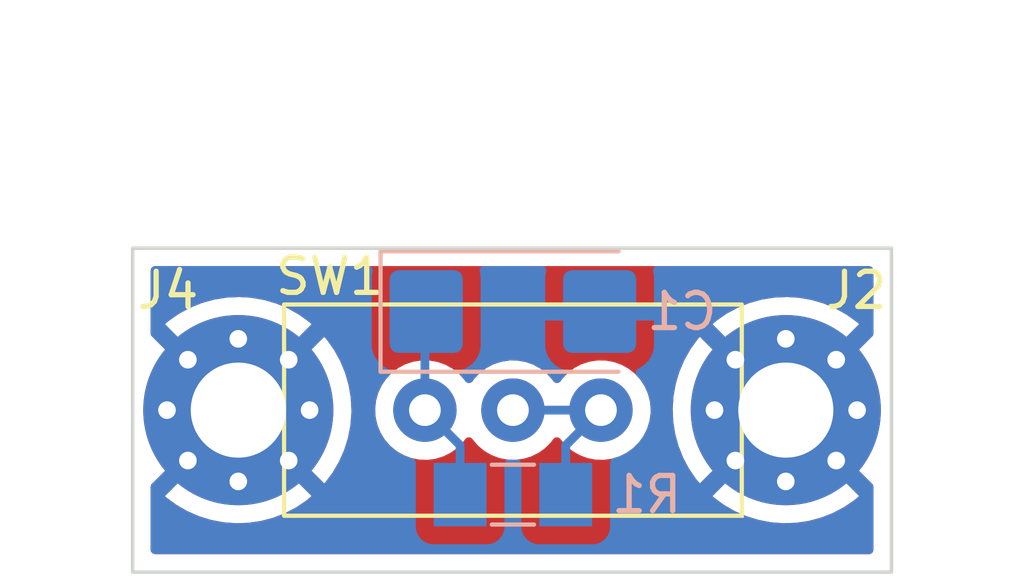
<source format=kicad_pcb>
(kicad_pcb (version 20211014) (generator pcbnew)
  (layers (0 "F.Cu" signal) (31 "B.Cu" signal) (34 "B.Paste" user) (35 "F.Paste" user) (36 "B.SilkS" user "B.Silkscreen") (37 "F.SilkS" user "F.Silkscreen") (38 "B.Mask" user) (39 "F.Mask" user) (44 "Edge.Cuts" user))
  (net 0 "")
  (net 1 "Net-(C1-Pad1)")
  (net 2 "GND")
  (net 3 "Net-(R1-Pad1)")
  (footprint "lavalier_switch:MFP 1220" (layer "F.Cu") (at 120 96 180)
    (fp_text reference "SW1" (at 5.2 3.8 unlocked) (layer "F.SilkS"))
    (fp_text value "SW_DPDT_x2")
    (fp_rect (start -6.5 -3) (end 6.5 3) (layer "F.SilkS") (width 0.12) (fill none))
    (pad "1" thru_hole circle (at -2.5 0 180) (size 1.8 1.8) (drill 0.9) (layers *.Cu *.Mask) (net 3 "Net-(R1-Pad1)"))
    (pad "2" thru_hole circle (at 0 0 180) (size 1.8 1.8) (drill 0.9) (layers *.Cu *.Mask) (net 3 "Net-(R1-Pad1)"))
    (pad "3" thru_hole circle (at 2.5 0 180) (size 1.8 1.8) (drill 0.9) (layers *.Cu *.Mask) (net 1 "Net-(C1-Pad1)"))
  )
  (footprint "MountingHole:MountingHole_2.7mm_Pad_Via" (layer "F.Cu") (at 112.2 96)
    (fp_text reference "J4" (at -2 -3.4) (layer "F.SilkS"))
    (fp_text value "Conn_01x01_Male")
    (pad "1" thru_hole circle (at -1.431891 1.431891) (size 0.8 0.8) (drill 0.5) (layers *.Cu *.Mask) (net 2 "GND"))
    (pad "1" thru_hole circle (at 0 0) (size 5.4 5.4) (drill 2.7) (layers *.Cu *.Mask) (net 2 "GND"))
    (pad "1" thru_hole circle (at 1.431891 -1.431891) (size 0.8 0.8) (drill 0.5) (layers *.Cu *.Mask) (net 2 "GND"))
    (pad "1" thru_hole circle (at 0 2.025) (size 0.8 0.8) (drill 0.5) (layers *.Cu *.Mask) (net 2 "GND"))
    (pad "1" thru_hole circle (at 2.025 0) (size 0.8 0.8) (drill 0.5) (layers *.Cu *.Mask) (net 2 "GND"))
    (pad "1" thru_hole circle (at -1.431891 -1.431891) (size 0.8 0.8) (drill 0.5) (layers *.Cu *.Mask) (net 2 "GND"))
    (pad "1" thru_hole circle (at -2.025 0) (size 0.8 0.8) (drill 0.5) (layers *.Cu *.Mask) (net 2 "GND"))
    (pad "1" thru_hole circle (at 0 -2.025) (size 0.8 0.8) (drill 0.5) (layers *.Cu *.Mask) (net 2 "GND"))
    (pad "1" thru_hole circle (at 1.431891 1.431891) (size 0.8 0.8) (drill 0.5) (layers *.Cu *.Mask) (net 2 "GND"))
  )
  (footprint "MountingHole:MountingHole_2.7mm_Pad_Via" (layer "F.Cu") (at 127.75 96)
    (fp_text reference "J2" (at 2 -3.4) (layer "F.SilkS"))
    (fp_text value "Conn_01x01_Male")
    (pad "1" thru_hole circle (at -2.025 0) (size 0.8 0.8) (drill 0.5) (layers *.Cu *.Mask) (net 2 "GND"))
    (pad "1" thru_hole circle (at 1.431891 -1.431891) (size 0.8 0.8) (drill 0.5) (layers *.Cu *.Mask) (net 2 "GND"))
    (pad "1" thru_hole circle (at 0 -2.025) (size 0.8 0.8) (drill 0.5) (layers *.Cu *.Mask) (net 2 "GND"))
    (pad "1" thru_hole circle (at -1.431891 -1.431891) (size 0.8 0.8) (drill 0.5) (layers *.Cu *.Mask) (net 2 "GND"))
    (pad "1" thru_hole circle (at -1.431891 1.431891) (size 0.8 0.8) (drill 0.5) (layers *.Cu *.Mask) (net 2 "GND"))
    (pad "1" thru_hole circle (at 2.025 0) (size 0.8 0.8) (drill 0.5) (layers *.Cu *.Mask) (net 2 "GND"))
    (pad "1" thru_hole circle (at 0 2.025) (size 0.8 0.8) (drill 0.5) (layers *.Cu *.Mask) (net 2 "GND"))
    (pad "1" thru_hole circle (at 0 0) (size 5.4 5.4) (drill 2.7) (layers *.Cu *.Mask) (net 2 "GND"))
    (pad "1" thru_hole circle (at 1.431891 1.431891) (size 0.8 0.8) (drill 0.5) (layers *.Cu *.Mask) (net 2 "GND"))
  )
  (footprint "Capacitor_Tantalum_SMD:CP_EIA-6032-15_Kemet-U" (layer "B.Cu") (at 120 93.2)
    (fp_text reference "C1" (at 4.8 0) (layer "B.SilkS") (effects (justify mirror)))
    (fp_text value "22u 10V")
    (fp_line (start 3 1.71) (end -3.76 1.71) (layer "B.SilkS") (width 0.12))
    (fp_line (start -3.76 -1.71) (end 3 -1.71) (layer "B.SilkS") (width 0.12))
    (fp_line (start -3.76 1.71) (end -3.76 -1.71) (layer "B.SilkS") (width 0.12))
    (pad "1" smd roundrect (at -2.4625 0) (size 2.075 2.35) (layers "B.Cu" "B.Paste" "B.Mask") (roundrect_rratio 0.120482) (net 1 "Net-(C1-Pad1)"))
    (pad "2" smd roundrect (at 2.4625 0) (size 2.075 2.35) (layers "B.Cu" "B.Paste" "B.Mask") (roundrect_rratio 0.120482) (net 2 "GND"))
  )
  (footprint "Resistor_SMD:R_MiniMELF_MMA-0204" (layer "B.Cu") (at 120 98.4 180)
    (fp_text reference "R1" (at -3.8 0) (layer "B.SilkS") (effects (justify mirror)))
    (fp_text value "10k")
    (fp_line (start 0.6 -0.85) (end -0.6 -0.85) (layer "B.SilkS") (width 0.12))
    (fp_line (start -0.6 0.85) (end 0.6 0.85) (layer "B.SilkS") (width 0.12))
    (pad "1" smd rect (at -1.5 0 180) (size 1.5 1.8) (layers "B.Cu" "B.Paste" "B.Mask") (net 3 "Net-(R1-Pad1)"))
    (pad "2" smd rect (at 1.5 0 180) (size 1.5 1.8) (layers "B.Cu" "B.Paste" "B.Mask") (net 1 "Net-(C1-Pad1)"))
  )
  (gr_rect (start 109.2 91.4) (end 130.75 100.6) (layer "Edge.Cuts") (width 0.1) (fill none))
  (segment (start 118.5 98.4) (end 118.5 97) (width 0.25) (layer "B.Cu") (net 1))
  (segment (start 117.5 93.2375) (end 117.5 96) (width 0.25) (layer "B.Cu") (net 1))
  (segment (start 117.5375 93.2) (end 117.5 93.2375) (width 0.25) (layer "B.Cu") (net 1))
  (segment (start 118.5 97) (end 117.5 96) (width 0.25) (layer "B.Cu") (net 1))
  (segment (start 121.5 97) (end 122.5 96) (width 0.25) (layer "B.Cu") (net 3))
  (segment (start 121.5 98.4) (end 121.5 97) (width 0.25) (layer "B.Cu") (net 3))
  (segment (start 122.5 96) (end 120 96) (width 0.25) (layer "B.Cu") (net 3))
  (zone (net 2) (net_name "GND") (layers F&B.Cu) (connect_pads (clearance 0.508)) (min_thickness 0.254) (fill yes (thermal_gap 0.508) (thermal_bridge_width 0.508))
    (polygon (pts (xy 130.75 100.6) (xy 109.2 100.6) (xy 109.2 91.4) (xy 130.75 91.4)))
  )
)
</source>
